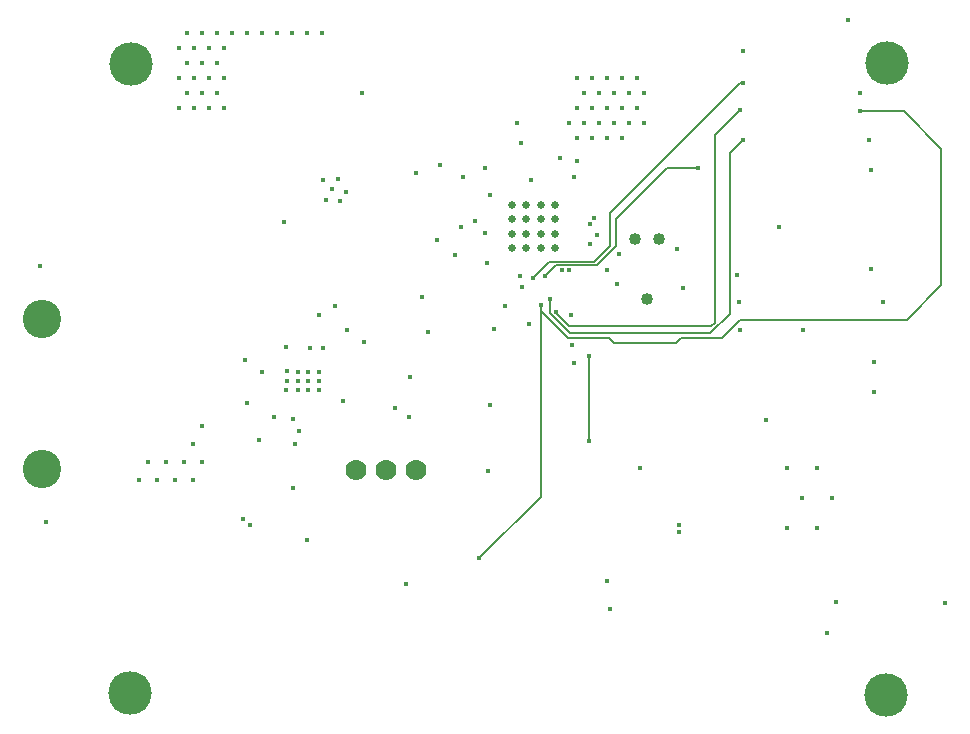
<source format=gbr>
G04*
G04 #@! TF.GenerationSoftware,Altium Limited,Altium Designer,23.1.1 (15)*
G04*
G04 Layer_Physical_Order=4*
G04 Layer_Color=16440176*
%FSLAX25Y25*%
%MOIN*%
G70*
G04*
G04 #@! TF.SameCoordinates,577C2DE3-5836-4DB5-AD87-4C8AFCD19023*
G04*
G04*
G04 #@! TF.FilePolarity,Positive*
G04*
G01*
G75*
%ADD13C,0.00500*%
%ADD98C,0.07000*%
%ADD99C,0.12795*%
%ADD100C,0.04000*%
%ADD101C,0.14500*%
%ADD102C,0.01500*%
%ADD103C,0.02598*%
D13*
X191000Y146621D02*
Y151500D01*
X205677Y163677D02*
X211000Y169000D01*
Y180000D01*
X254500Y223500D01*
X206677Y162677D02*
X213000Y169000D01*
X193177Y162677D02*
X206677D01*
X213000Y169000D02*
Y178000D01*
X190677Y163677D02*
X205677D01*
X251000Y200000D02*
X255500Y204500D01*
X251000Y146500D02*
Y200000D01*
X245939Y205939D02*
X254500Y214500D01*
X245939Y143561D02*
Y205939D01*
X230000Y195000D02*
X240500D01*
X213000Y178000D02*
X230000Y195000D01*
X185500Y158500D02*
X190677Y163677D01*
X189500Y159000D02*
X193177Y162677D01*
X254500Y223500D02*
X255500D01*
X193000Y146743D02*
X197303Y142439D01*
X193000Y146743D02*
Y147000D01*
X191000Y146621D02*
X197621Y140000D01*
X244500D01*
X197303Y142439D02*
X244818D01*
X204119Y104119D02*
Y132290D01*
X204238Y132409D01*
X204000Y104000D02*
X204119Y104119D01*
X244500Y140000D02*
X251000Y146500D01*
X248500Y138500D02*
X254500Y144500D01*
X234625Y138500D02*
X248500D01*
X244818Y142439D02*
X245939Y143561D01*
X233025Y136900D02*
X234625Y138500D01*
X188000Y147500D02*
Y149500D01*
X197000Y138500D02*
X210875D01*
X188000Y147500D02*
X197000Y138500D01*
X210875D02*
X212475Y136900D01*
X233025D01*
X310000Y144500D02*
X321500Y156000D01*
X254500Y144500D02*
X310000D01*
X188000Y85500D02*
Y147500D01*
X294500Y214000D02*
X309000D01*
X321500Y201500D01*
Y156000D02*
Y201500D01*
X167500Y65000D02*
X188000Y85500D01*
D98*
X126500Y94500D02*
D03*
X136500D02*
D03*
X146500D02*
D03*
D99*
X21870Y94800D02*
D03*
Y144800D02*
D03*
D100*
X227300Y171400D02*
D03*
X219300D02*
D03*
X223300Y151400D02*
D03*
D101*
X51400Y229800D02*
D03*
X303300Y230100D02*
D03*
X303100Y19500D02*
D03*
X51200Y20000D02*
D03*
D102*
X105500Y111500D02*
D03*
X99000Y112000D02*
D03*
X181500Y203500D02*
D03*
X162000Y192000D02*
D03*
X171000Y186000D02*
D03*
X114000Y121000D02*
D03*
X110500D02*
D03*
X107000D02*
D03*
X103000D02*
D03*
X103500Y124000D02*
D03*
X107000D02*
D03*
X110500D02*
D03*
X114000D02*
D03*
Y127000D02*
D03*
X110500D02*
D03*
X107000D02*
D03*
X103506Y127376D02*
D03*
X191000Y151500D02*
D03*
X198000Y146000D02*
D03*
X180000Y210000D02*
D03*
X210000Y161000D02*
D03*
X240500Y195000D02*
D03*
X194969Y161177D02*
D03*
X189500Y159000D02*
D03*
X193000Y147000D02*
D03*
X255500Y223500D02*
D03*
X185500Y158500D02*
D03*
X122000Y117500D02*
D03*
X21000Y162500D02*
D03*
X23000Y77000D02*
D03*
X148500Y152000D02*
D03*
X197500Y161000D02*
D03*
X170000Y163500D02*
D03*
X75000Y109000D02*
D03*
X72000Y103000D02*
D03*
X75000Y97000D02*
D03*
X72000Y91000D02*
D03*
X69000Y97000D02*
D03*
X66000Y91000D02*
D03*
X63000Y97000D02*
D03*
X60000Y91000D02*
D03*
X57000Y97000D02*
D03*
X54000Y91000D02*
D03*
X115000Y240000D02*
D03*
X110000D02*
D03*
X105000D02*
D03*
X100000D02*
D03*
X95000D02*
D03*
X90000D02*
D03*
X85000D02*
D03*
X80000D02*
D03*
X82500Y235000D02*
D03*
X80000Y230000D02*
D03*
X82500Y225000D02*
D03*
X80000Y220000D02*
D03*
X82500Y215000D02*
D03*
X75000Y240000D02*
D03*
X77500Y235000D02*
D03*
X75000Y230000D02*
D03*
X77500Y225000D02*
D03*
X75000Y220000D02*
D03*
X77500Y215000D02*
D03*
X70000Y240000D02*
D03*
X72500Y235000D02*
D03*
X70000Y230000D02*
D03*
X72500Y225000D02*
D03*
X70000Y220000D02*
D03*
X72500Y215000D02*
D03*
X67500Y235000D02*
D03*
Y225000D02*
D03*
Y215000D02*
D03*
X220000Y225000D02*
D03*
X222500Y220000D02*
D03*
X220000Y215000D02*
D03*
X222500Y210000D02*
D03*
X215000Y225000D02*
D03*
X217500Y220000D02*
D03*
X215000Y215000D02*
D03*
X217500Y210000D02*
D03*
X215000Y205000D02*
D03*
X210000Y225000D02*
D03*
X212500Y220000D02*
D03*
X210000Y215000D02*
D03*
X212500Y210000D02*
D03*
X210000Y205000D02*
D03*
X205000Y225000D02*
D03*
X207500Y220000D02*
D03*
X205000Y215000D02*
D03*
X207500Y210000D02*
D03*
X205000Y205000D02*
D03*
X200000Y225000D02*
D03*
X202500Y220000D02*
D03*
X200000Y215000D02*
D03*
X202500Y210000D02*
D03*
X200000Y205000D02*
D03*
X197500Y210000D02*
D03*
X280000Y95000D02*
D03*
X285000Y85000D02*
D03*
X280000Y75000D02*
D03*
X270000Y95000D02*
D03*
X275000Y85000D02*
D03*
X270000Y75000D02*
D03*
X102500Y177000D02*
D03*
X206858Y172858D02*
D03*
X204281Y169778D02*
D03*
Y176391D02*
D03*
X267500Y175500D02*
D03*
X275500Y141000D02*
D03*
X204238Y132409D02*
D03*
X199000Y130000D02*
D03*
X204000Y104000D02*
D03*
X302000Y150500D02*
D03*
X290500Y244500D02*
D03*
X294500Y220000D02*
D03*
X298000Y194500D02*
D03*
X297500Y204500D02*
D03*
X255500D02*
D03*
X188000Y149500D02*
D03*
X254500Y214500D02*
D03*
Y141000D02*
D03*
X198500Y136000D02*
D03*
X263000Y111000D02*
D03*
X205843Y178343D02*
D03*
X181836Y155336D02*
D03*
X159500Y166000D02*
D03*
X172500Y141500D02*
D03*
X176000Y148969D02*
D03*
X184000Y143000D02*
D03*
X123500Y141000D02*
D03*
X294500Y214000D02*
D03*
X255500Y234000D02*
D03*
X299000Y130500D02*
D03*
Y120500D02*
D03*
X171000Y116000D02*
D03*
X161500Y175500D02*
D03*
X254000Y150500D02*
D03*
X253500Y159500D02*
D03*
X233500Y168000D02*
D03*
X199000Y192000D02*
D03*
X181000Y159000D02*
D03*
X153500Y171000D02*
D03*
X169500Y173500D02*
D03*
X154500Y196000D02*
D03*
X146500Y193500D02*
D03*
X298000Y161500D02*
D03*
X221000Y95000D02*
D03*
X119500Y149000D02*
D03*
X114000Y146000D02*
D03*
X283500Y40000D02*
D03*
X286500Y50500D02*
D03*
X213500Y156500D02*
D03*
X90950Y76050D02*
D03*
X88899Y78101D02*
D03*
X234000Y76250D02*
D03*
Y73750D02*
D03*
X105500Y88500D02*
D03*
X170500Y94000D02*
D03*
X150500Y140500D02*
D03*
X144500Y125500D02*
D03*
X95000Y127000D02*
D03*
X106000Y103000D02*
D03*
X94000Y104500D02*
D03*
X107500Y107500D02*
D03*
X144000Y112000D02*
D03*
X166000Y177500D02*
D03*
X139500Y115000D02*
D03*
X129000Y137000D02*
D03*
X103000Y135500D02*
D03*
X115500Y135000D02*
D03*
X111260D02*
D03*
X169500Y195000D02*
D03*
X184878Y191000D02*
D03*
X194500Y198500D02*
D03*
X200000Y197500D02*
D03*
X214000Y166500D02*
D03*
X235500Y155000D02*
D03*
X110000Y71000D02*
D03*
X322748Y50000D02*
D03*
X210000Y57500D02*
D03*
X167500Y65000D02*
D03*
X143000Y56500D02*
D03*
X211000Y48000D02*
D03*
X121000Y184000D02*
D03*
X118500Y188000D02*
D03*
X116500Y184500D02*
D03*
X123000Y187000D02*
D03*
X120500Y191500D02*
D03*
X115500Y191000D02*
D03*
X128500Y220000D02*
D03*
X89500Y131000D02*
D03*
X90000Y116800D02*
D03*
D103*
X192677Y182650D02*
D03*
Y177925D02*
D03*
Y173201D02*
D03*
Y168476D02*
D03*
X187953Y182650D02*
D03*
Y177925D02*
D03*
Y173201D02*
D03*
Y168476D02*
D03*
X183228Y182650D02*
D03*
Y177925D02*
D03*
Y173201D02*
D03*
Y168476D02*
D03*
X178504Y182650D02*
D03*
Y177925D02*
D03*
Y168476D02*
D03*
Y173201D02*
D03*
M02*

</source>
